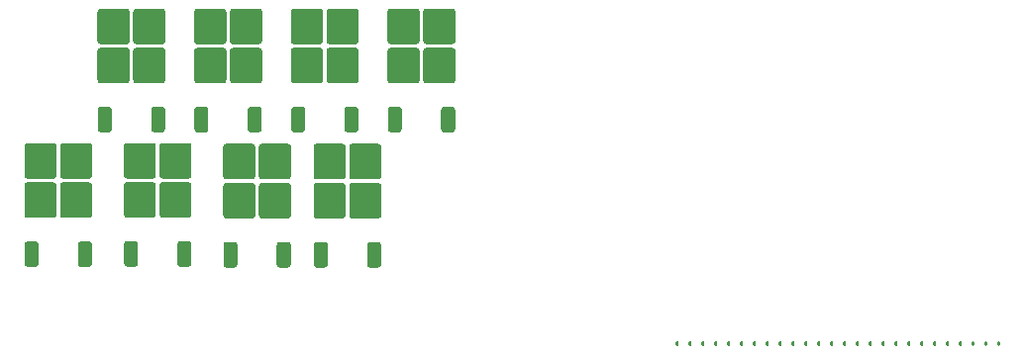
<source format=gbp>
G04 #@! TF.GenerationSoftware,KiCad,Pcbnew,9.0.4*
G04 #@! TF.CreationDate,2025-12-07T20:06:33+10:00*
G04 #@! TF.ProjectId,trove8,74726f76-6538-42e6-9b69-6361645f7063,rev?*
G04 #@! TF.SameCoordinates,Original*
G04 #@! TF.FileFunction,Paste,Bot*
G04 #@! TF.FilePolarity,Positive*
%FSLAX46Y46*%
G04 Gerber Fmt 4.6, Leading zero omitted, Abs format (unit mm)*
G04 Created by KiCad (PCBNEW 9.0.4) date 2025-12-07 20:06:33*
%MOMM*%
%LPD*%
G01*
G04 APERTURE LIST*
G04 APERTURE END LIST*
G04 #@! TO.C,M6*
G36*
G01*
X157557502Y-81783529D02*
X157557502Y-81533529D01*
G75*
G02*
X157682502Y-81408529I125000J0D01*
G01*
X157682502Y-81408529D01*
G75*
G02*
X157807502Y-81533529I0J-125000D01*
G01*
X157807502Y-81783529D01*
G75*
G02*
X157682502Y-81908529I-125000J0D01*
G01*
X157682502Y-81908529D01*
G75*
G02*
X157557502Y-81783529I0J125000D01*
G01*
G37*
G36*
G01*
X156707498Y-81533529D02*
X156707498Y-81783529D01*
G75*
G02*
X156582498Y-81908529I-125000J0D01*
G01*
X156582498Y-81908529D01*
G75*
G02*
X156457498Y-81783529I0J125000D01*
G01*
X156457498Y-81533529D01*
G75*
G02*
X156582498Y-81408529I125000J0D01*
G01*
X156582498Y-81408529D01*
G75*
G02*
X156707498Y-81533529I0J-125000D01*
G01*
G37*
G36*
G01*
X155607497Y-81533529D02*
X155607497Y-81783529D01*
G75*
G02*
X155482497Y-81908529I-125000J0D01*
G01*
X155482497Y-81908529D01*
G75*
G02*
X155357497Y-81783529I0J125000D01*
G01*
X155357497Y-81533529D01*
G75*
G02*
X155482497Y-81408529I125000J0D01*
G01*
X155482497Y-81408529D01*
G75*
G02*
X155607497Y-81533529I0J-125000D01*
G01*
G37*
G36*
G01*
X154507500Y-81533529D02*
X154507500Y-81783529D01*
G75*
G02*
X154382500Y-81908529I-125000J0D01*
G01*
X154382500Y-81908529D01*
G75*
G02*
X154257500Y-81783529I0J125000D01*
G01*
X154257500Y-81533529D01*
G75*
G02*
X154382500Y-81408529I125000J0D01*
G01*
X154382500Y-81408529D01*
G75*
G02*
X154507500Y-81533529I0J-125000D01*
G01*
G37*
G36*
G01*
X153407502Y-81533529D02*
X153407502Y-81783529D01*
G75*
G02*
X153282502Y-81908529I-125000J0D01*
G01*
X153282502Y-81908529D01*
G75*
G02*
X153157502Y-81783529I0J125000D01*
G01*
X153157502Y-81533529D01*
G75*
G02*
X153282502Y-81408529I125000J0D01*
G01*
X153282502Y-81408529D01*
G75*
G02*
X153407502Y-81533529I0J-125000D01*
G01*
G37*
G36*
G01*
X152307504Y-81533529D02*
X152307504Y-81783529D01*
G75*
G02*
X152182504Y-81908529I-125000J0D01*
G01*
X152182504Y-81908529D01*
G75*
G02*
X152057504Y-81783529I0J125000D01*
G01*
X152057504Y-81533529D01*
G75*
G02*
X152182504Y-81408529I125000J0D01*
G01*
X152182504Y-81408529D01*
G75*
G02*
X152307504Y-81533529I0J-125000D01*
G01*
G37*
G36*
G01*
X151207506Y-81533529D02*
X151207506Y-81783529D01*
G75*
G02*
X151082506Y-81908529I-125000J0D01*
G01*
X151082506Y-81908529D01*
G75*
G02*
X150957506Y-81783529I0J125000D01*
G01*
X150957506Y-81533529D01*
G75*
G02*
X151082506Y-81408529I125000J0D01*
G01*
X151082506Y-81408529D01*
G75*
G02*
X151207506Y-81533529I0J-125000D01*
G01*
G37*
G36*
G01*
X150107508Y-81533529D02*
X150107508Y-81783529D01*
G75*
G02*
X149982508Y-81908529I-125000J0D01*
G01*
X149982508Y-81908529D01*
G75*
G02*
X149857508Y-81783529I0J125000D01*
G01*
X149857508Y-81533529D01*
G75*
G02*
X149982508Y-81408529I125000J0D01*
G01*
X149982508Y-81408529D01*
G75*
G02*
X150107508Y-81533529I0J-125000D01*
G01*
G37*
G36*
G01*
X149007511Y-81533529D02*
X149007511Y-81783529D01*
G75*
G02*
X148882511Y-81908529I-125000J0D01*
G01*
X148882511Y-81908529D01*
G75*
G02*
X148757511Y-81783529I0J125000D01*
G01*
X148757511Y-81533529D01*
G75*
G02*
X148882511Y-81408529I125000J0D01*
G01*
X148882511Y-81408529D01*
G75*
G02*
X149007511Y-81533529I0J-125000D01*
G01*
G37*
G36*
G01*
X147907513Y-81533529D02*
X147907513Y-81783529D01*
G75*
G02*
X147782513Y-81908529I-125000J0D01*
G01*
X147782513Y-81908529D01*
G75*
G02*
X147657513Y-81783529I0J125000D01*
G01*
X147657513Y-81533529D01*
G75*
G02*
X147782513Y-81408529I125000J0D01*
G01*
X147782513Y-81408529D01*
G75*
G02*
X147907513Y-81533529I0J-125000D01*
G01*
G37*
G36*
G01*
X146807515Y-81533529D02*
X146807515Y-81783529D01*
G75*
G02*
X146682515Y-81908529I-125000J0D01*
G01*
X146682515Y-81908529D01*
G75*
G02*
X146557515Y-81783529I0J125000D01*
G01*
X146557515Y-81533529D01*
G75*
G02*
X146682515Y-81408529I125000J0D01*
G01*
X146682515Y-81408529D01*
G75*
G02*
X146807515Y-81533529I0J-125000D01*
G01*
G37*
G36*
G01*
X145707517Y-81533529D02*
X145707517Y-81783529D01*
G75*
G02*
X145582517Y-81908529I-125000J0D01*
G01*
X145582517Y-81908529D01*
G75*
G02*
X145457517Y-81783529I0J125000D01*
G01*
X145457517Y-81533529D01*
G75*
G02*
X145582517Y-81408529I125000J0D01*
G01*
X145582517Y-81408529D01*
G75*
G02*
X145707517Y-81533529I0J-125000D01*
G01*
G37*
G36*
G01*
X144607519Y-81533529D02*
X144607519Y-81783529D01*
G75*
G02*
X144482519Y-81908529I-125000J0D01*
G01*
X144482519Y-81908529D01*
G75*
G02*
X144357519Y-81783529I0J125000D01*
G01*
X144357519Y-81533529D01*
G75*
G02*
X144482519Y-81408529I125000J0D01*
G01*
X144482519Y-81408529D01*
G75*
G02*
X144607519Y-81533529I0J-125000D01*
G01*
G37*
G36*
G01*
X143507522Y-81533529D02*
X143507522Y-81783529D01*
G75*
G02*
X143382522Y-81908529I-125000J0D01*
G01*
X143382522Y-81908529D01*
G75*
G02*
X143257522Y-81783529I0J125000D01*
G01*
X143257522Y-81533529D01*
G75*
G02*
X143382522Y-81408529I125000J0D01*
G01*
X143382522Y-81408529D01*
G75*
G02*
X143507522Y-81533529I0J-125000D01*
G01*
G37*
G36*
G01*
X142407524Y-81533529D02*
X142407524Y-81783529D01*
G75*
G02*
X142282524Y-81908529I-125000J0D01*
G01*
X142282524Y-81908529D01*
G75*
G02*
X142157524Y-81783529I0J125000D01*
G01*
X142157524Y-81533529D01*
G75*
G02*
X142282524Y-81408529I125000J0D01*
G01*
X142282524Y-81408529D01*
G75*
G02*
X142407524Y-81533529I0J-125000D01*
G01*
G37*
G36*
G01*
X141307526Y-81533529D02*
X141307526Y-81783529D01*
G75*
G02*
X141182526Y-81908529I-125000J0D01*
G01*
X141182526Y-81908529D01*
G75*
G02*
X141057526Y-81783529I0J125000D01*
G01*
X141057526Y-81533529D01*
G75*
G02*
X141182526Y-81408529I125000J0D01*
G01*
X141182526Y-81408529D01*
G75*
G02*
X141307526Y-81533529I0J-125000D01*
G01*
G37*
G36*
G01*
X140207528Y-81533529D02*
X140207528Y-81783529D01*
G75*
G02*
X140082528Y-81908529I-125000J0D01*
G01*
X140082528Y-81908529D01*
G75*
G02*
X139957528Y-81783529I0J125000D01*
G01*
X139957528Y-81533529D01*
G75*
G02*
X140082528Y-81408529I125000J0D01*
G01*
X140082528Y-81408529D01*
G75*
G02*
X140207528Y-81533529I0J-125000D01*
G01*
G37*
G36*
G01*
X139107530Y-81533529D02*
X139107530Y-81783529D01*
G75*
G02*
X138982530Y-81908529I-125000J0D01*
G01*
X138982530Y-81908529D01*
G75*
G02*
X138857530Y-81783529I0J125000D01*
G01*
X138857530Y-81533529D01*
G75*
G02*
X138982530Y-81408529I125000J0D01*
G01*
X138982530Y-81408529D01*
G75*
G02*
X139107530Y-81533529I0J-125000D01*
G01*
G37*
G36*
G01*
X138007533Y-81533529D02*
X138007533Y-81783529D01*
G75*
G02*
X137882533Y-81908529I-125000J0D01*
G01*
X137882533Y-81908529D01*
G75*
G02*
X137757533Y-81783529I0J125000D01*
G01*
X137757533Y-81533529D01*
G75*
G02*
X137882533Y-81408529I125000J0D01*
G01*
X137882533Y-81408529D01*
G75*
G02*
X138007533Y-81533529I0J-125000D01*
G01*
G37*
G36*
G01*
X136907535Y-81533529D02*
X136907535Y-81783529D01*
G75*
G02*
X136782535Y-81908529I-125000J0D01*
G01*
X136782535Y-81908529D01*
G75*
G02*
X136657535Y-81783529I0J125000D01*
G01*
X136657535Y-81533529D01*
G75*
G02*
X136782535Y-81408529I125000J0D01*
G01*
X136782535Y-81408529D01*
G75*
G02*
X136907535Y-81533529I0J-125000D01*
G01*
G37*
G36*
G01*
X135807537Y-81533529D02*
X135807537Y-81783529D01*
G75*
G02*
X135682537Y-81908529I-125000J0D01*
G01*
X135682537Y-81908529D01*
G75*
G02*
X135557537Y-81783529I0J125000D01*
G01*
X135557537Y-81533529D01*
G75*
G02*
X135682537Y-81408529I125000J0D01*
G01*
X135682537Y-81408529D01*
G75*
G02*
X135807537Y-81533529I0J-125000D01*
G01*
G37*
G36*
G01*
X134707539Y-81533529D02*
X134707539Y-81783529D01*
G75*
G02*
X134582539Y-81908529I-125000J0D01*
G01*
X134582539Y-81908529D01*
G75*
G02*
X134457539Y-81783529I0J125000D01*
G01*
X134457539Y-81533529D01*
G75*
G02*
X134582539Y-81408529I125000J0D01*
G01*
X134582539Y-81408529D01*
G75*
G02*
X134707539Y-81533529I0J-125000D01*
G01*
G37*
G36*
G01*
X133607541Y-81533529D02*
X133607541Y-81783529D01*
G75*
G02*
X133482541Y-81908529I-125000J0D01*
G01*
X133482541Y-81908529D01*
G75*
G02*
X133357541Y-81783529I0J125000D01*
G01*
X133357541Y-81533529D01*
G75*
G02*
X133482541Y-81408529I125000J0D01*
G01*
X133482541Y-81408529D01*
G75*
G02*
X133607541Y-81533529I0J-125000D01*
G01*
G37*
G36*
G01*
X132507544Y-81533529D02*
X132507544Y-81783529D01*
G75*
G02*
X132382544Y-81908529I-125000J0D01*
G01*
X132382544Y-81908529D01*
G75*
G02*
X132257544Y-81783529I0J125000D01*
G01*
X132257544Y-81533529D01*
G75*
G02*
X132382544Y-81408529I125000J0D01*
G01*
X132382544Y-81408529D01*
G75*
G02*
X132507544Y-81533529I0J-125000D01*
G01*
G37*
G36*
G01*
X131407546Y-81533529D02*
X131407546Y-81783529D01*
G75*
G02*
X131282546Y-81908529I-125000J0D01*
G01*
X131282546Y-81908529D01*
G75*
G02*
X131157546Y-81783529I0J125000D01*
G01*
X131157546Y-81533529D01*
G75*
G02*
X131282546Y-81408529I125000J0D01*
G01*
X131282546Y-81408529D01*
G75*
G02*
X131407546Y-81533529I0J-125000D01*
G01*
G37*
G36*
G01*
X130307548Y-81533529D02*
X130307548Y-81783529D01*
G75*
G02*
X130182548Y-81908529I-125000J0D01*
G01*
X130182548Y-81908529D01*
G75*
G02*
X130057548Y-81783529I0J125000D01*
G01*
X130057548Y-81533529D01*
G75*
G02*
X130182548Y-81408529I125000J0D01*
G01*
X130182548Y-81408529D01*
G75*
G02*
X130307548Y-81533529I0J-125000D01*
G01*
G37*
G04 #@! TD*
G04 #@! TO.C,Q8*
G36*
G01*
X76880000Y-70900000D02*
X74630000Y-70900000D01*
G75*
G02*
X74380000Y-70650000I0J250000D01*
G01*
X74380000Y-68100000D01*
G75*
G02*
X74630000Y-67850000I250000J0D01*
G01*
X76880000Y-67850000D01*
G75*
G02*
X77130000Y-68100000I0J-250000D01*
G01*
X77130000Y-70650000D01*
G75*
G02*
X76880000Y-70900000I-250000J0D01*
G01*
G37*
G36*
G01*
X79930000Y-70900000D02*
X77680000Y-70900000D01*
G75*
G02*
X77430000Y-70650000I0J250000D01*
G01*
X77430000Y-68100000D01*
G75*
G02*
X77680000Y-67850000I250000J0D01*
G01*
X79930000Y-67850000D01*
G75*
G02*
X80180000Y-68100000I0J-250000D01*
G01*
X80180000Y-70650000D01*
G75*
G02*
X79930000Y-70900000I-250000J0D01*
G01*
G37*
G36*
G01*
X76880000Y-67550000D02*
X74630000Y-67550000D01*
G75*
G02*
X74380000Y-67300000I0J250000D01*
G01*
X74380000Y-64750000D01*
G75*
G02*
X74630000Y-64500000I250000J0D01*
G01*
X76880000Y-64500000D01*
G75*
G02*
X77130000Y-64750000I0J-250000D01*
G01*
X77130000Y-67300000D01*
G75*
G02*
X76880000Y-67550000I-250000J0D01*
G01*
G37*
G36*
G01*
X79930000Y-67550000D02*
X77680000Y-67550000D01*
G75*
G02*
X77430000Y-67300000I0J250000D01*
G01*
X77430000Y-64750000D01*
G75*
G02*
X77680000Y-64500000I250000J0D01*
G01*
X79930000Y-64500000D01*
G75*
G02*
X80180000Y-64750000I0J-250000D01*
G01*
X80180000Y-67300000D01*
G75*
G02*
X79930000Y-67550000I-250000J0D01*
G01*
G37*
G36*
G01*
X79910000Y-75100000D02*
X79210000Y-75100000D01*
G75*
G02*
X78960000Y-74850000I0J250000D01*
G01*
X78960000Y-73150000D01*
G75*
G02*
X79210000Y-72900000I250000J0D01*
G01*
X79910000Y-72900000D01*
G75*
G02*
X80160000Y-73150000I0J-250000D01*
G01*
X80160000Y-74850000D01*
G75*
G02*
X79910000Y-75100000I-250000J0D01*
G01*
G37*
G36*
G01*
X75350000Y-75100000D02*
X74650000Y-75100000D01*
G75*
G02*
X74400000Y-74850000I0J250000D01*
G01*
X74400000Y-73150000D01*
G75*
G02*
X74650000Y-72900000I250000J0D01*
G01*
X75350000Y-72900000D01*
G75*
G02*
X75600000Y-73150000I0J-250000D01*
G01*
X75600000Y-74850000D01*
G75*
G02*
X75350000Y-75100000I-250000J0D01*
G01*
G37*
G04 #@! TD*
G04 #@! TO.C,Q4*
G36*
G01*
X83130000Y-59375000D02*
X80880000Y-59375000D01*
G75*
G02*
X80630000Y-59125000I0J250000D01*
G01*
X80630000Y-56575000D01*
G75*
G02*
X80880000Y-56325000I250000J0D01*
G01*
X83130000Y-56325000D01*
G75*
G02*
X83380000Y-56575000I0J-250000D01*
G01*
X83380000Y-59125000D01*
G75*
G02*
X83130000Y-59375000I-250000J0D01*
G01*
G37*
G36*
G01*
X86180000Y-59375000D02*
X83930000Y-59375000D01*
G75*
G02*
X83680000Y-59125000I0J250000D01*
G01*
X83680000Y-56575000D01*
G75*
G02*
X83930000Y-56325000I250000J0D01*
G01*
X86180000Y-56325000D01*
G75*
G02*
X86430000Y-56575000I0J-250000D01*
G01*
X86430000Y-59125000D01*
G75*
G02*
X86180000Y-59375000I-250000J0D01*
G01*
G37*
G36*
G01*
X83130000Y-56025000D02*
X80880000Y-56025000D01*
G75*
G02*
X80630000Y-55775000I0J250000D01*
G01*
X80630000Y-53225000D01*
G75*
G02*
X80880000Y-52975000I250000J0D01*
G01*
X83130000Y-52975000D01*
G75*
G02*
X83380000Y-53225000I0J-250000D01*
G01*
X83380000Y-55775000D01*
G75*
G02*
X83130000Y-56025000I-250000J0D01*
G01*
G37*
G36*
G01*
X86180000Y-56025000D02*
X83930000Y-56025000D01*
G75*
G02*
X83680000Y-55775000I0J250000D01*
G01*
X83680000Y-53225000D01*
G75*
G02*
X83930000Y-52975000I250000J0D01*
G01*
X86180000Y-52975000D01*
G75*
G02*
X86430000Y-53225000I0J-250000D01*
G01*
X86430000Y-55775000D01*
G75*
G02*
X86180000Y-56025000I-250000J0D01*
G01*
G37*
G36*
G01*
X86160000Y-63575000D02*
X85460000Y-63575000D01*
G75*
G02*
X85210000Y-63325000I0J250000D01*
G01*
X85210000Y-61625000D01*
G75*
G02*
X85460000Y-61375000I250000J0D01*
G01*
X86160000Y-61375000D01*
G75*
G02*
X86410000Y-61625000I0J-250000D01*
G01*
X86410000Y-63325000D01*
G75*
G02*
X86160000Y-63575000I-250000J0D01*
G01*
G37*
G36*
G01*
X81600000Y-63575000D02*
X80900000Y-63575000D01*
G75*
G02*
X80650000Y-63325000I0J250000D01*
G01*
X80650000Y-61625000D01*
G75*
G02*
X80900000Y-61375000I250000J0D01*
G01*
X81600000Y-61375000D01*
G75*
G02*
X81850000Y-61625000I0J-250000D01*
G01*
X81850000Y-63325000D01*
G75*
G02*
X81600000Y-63575000I-250000J0D01*
G01*
G37*
G04 #@! TD*
G04 #@! TO.C,Q2*
G36*
G01*
X99660000Y-59375000D02*
X97410000Y-59375000D01*
G75*
G02*
X97160000Y-59125000I0J250000D01*
G01*
X97160000Y-56575000D01*
G75*
G02*
X97410000Y-56325000I250000J0D01*
G01*
X99660000Y-56325000D01*
G75*
G02*
X99910000Y-56575000I0J-250000D01*
G01*
X99910000Y-59125000D01*
G75*
G02*
X99660000Y-59375000I-250000J0D01*
G01*
G37*
G36*
G01*
X102710000Y-59375000D02*
X100460000Y-59375000D01*
G75*
G02*
X100210000Y-59125000I0J250000D01*
G01*
X100210000Y-56575000D01*
G75*
G02*
X100460000Y-56325000I250000J0D01*
G01*
X102710000Y-56325000D01*
G75*
G02*
X102960000Y-56575000I0J-250000D01*
G01*
X102960000Y-59125000D01*
G75*
G02*
X102710000Y-59375000I-250000J0D01*
G01*
G37*
G36*
G01*
X99660000Y-56025000D02*
X97410000Y-56025000D01*
G75*
G02*
X97160000Y-55775000I0J250000D01*
G01*
X97160000Y-53225000D01*
G75*
G02*
X97410000Y-52975000I250000J0D01*
G01*
X99660000Y-52975000D01*
G75*
G02*
X99910000Y-53225000I0J-250000D01*
G01*
X99910000Y-55775000D01*
G75*
G02*
X99660000Y-56025000I-250000J0D01*
G01*
G37*
G36*
G01*
X102710000Y-56025000D02*
X100460000Y-56025000D01*
G75*
G02*
X100210000Y-55775000I0J250000D01*
G01*
X100210000Y-53225000D01*
G75*
G02*
X100460000Y-52975000I250000J0D01*
G01*
X102710000Y-52975000D01*
G75*
G02*
X102960000Y-53225000I0J-250000D01*
G01*
X102960000Y-55775000D01*
G75*
G02*
X102710000Y-56025000I-250000J0D01*
G01*
G37*
G36*
G01*
X102690000Y-63575000D02*
X101990000Y-63575000D01*
G75*
G02*
X101740000Y-63325000I0J250000D01*
G01*
X101740000Y-61625000D01*
G75*
G02*
X101990000Y-61375000I250000J0D01*
G01*
X102690000Y-61375000D01*
G75*
G02*
X102940000Y-61625000I0J-250000D01*
G01*
X102940000Y-63325000D01*
G75*
G02*
X102690000Y-63575000I-250000J0D01*
G01*
G37*
G36*
G01*
X98130000Y-63575000D02*
X97430000Y-63575000D01*
G75*
G02*
X97180000Y-63325000I0J250000D01*
G01*
X97180000Y-61625000D01*
G75*
G02*
X97430000Y-61375000I250000J0D01*
G01*
X98130000Y-61375000D01*
G75*
G02*
X98380000Y-61625000I0J-250000D01*
G01*
X98380000Y-63325000D01*
G75*
G02*
X98130000Y-63575000I-250000J0D01*
G01*
G37*
G04 #@! TD*
G04 #@! TO.C,Q5*
G36*
G01*
X101600000Y-70950000D02*
X99350000Y-70950000D01*
G75*
G02*
X99100000Y-70700000I0J250000D01*
G01*
X99100000Y-68150000D01*
G75*
G02*
X99350000Y-67900000I250000J0D01*
G01*
X101600000Y-67900000D01*
G75*
G02*
X101850000Y-68150000I0J-250000D01*
G01*
X101850000Y-70700000D01*
G75*
G02*
X101600000Y-70950000I-250000J0D01*
G01*
G37*
G36*
G01*
X104650000Y-70950000D02*
X102400000Y-70950000D01*
G75*
G02*
X102150000Y-70700000I0J250000D01*
G01*
X102150000Y-68150000D01*
G75*
G02*
X102400000Y-67900000I250000J0D01*
G01*
X104650000Y-67900000D01*
G75*
G02*
X104900000Y-68150000I0J-250000D01*
G01*
X104900000Y-70700000D01*
G75*
G02*
X104650000Y-70950000I-250000J0D01*
G01*
G37*
G36*
G01*
X101600000Y-67600000D02*
X99350000Y-67600000D01*
G75*
G02*
X99100000Y-67350000I0J250000D01*
G01*
X99100000Y-64800000D01*
G75*
G02*
X99350000Y-64550000I250000J0D01*
G01*
X101600000Y-64550000D01*
G75*
G02*
X101850000Y-64800000I0J-250000D01*
G01*
X101850000Y-67350000D01*
G75*
G02*
X101600000Y-67600000I-250000J0D01*
G01*
G37*
G36*
G01*
X104650000Y-67600000D02*
X102400000Y-67600000D01*
G75*
G02*
X102150000Y-67350000I0J250000D01*
G01*
X102150000Y-64800000D01*
G75*
G02*
X102400000Y-64550000I250000J0D01*
G01*
X104650000Y-64550000D01*
G75*
G02*
X104900000Y-64800000I0J-250000D01*
G01*
X104900000Y-67350000D01*
G75*
G02*
X104650000Y-67600000I-250000J0D01*
G01*
G37*
G36*
G01*
X104630000Y-75150000D02*
X103930000Y-75150000D01*
G75*
G02*
X103680000Y-74900000I0J250000D01*
G01*
X103680000Y-73200000D01*
G75*
G02*
X103930000Y-72950000I250000J0D01*
G01*
X104630000Y-72950000D01*
G75*
G02*
X104880000Y-73200000I0J-250000D01*
G01*
X104880000Y-74900000D01*
G75*
G02*
X104630000Y-75150000I-250000J0D01*
G01*
G37*
G36*
G01*
X100070000Y-75150000D02*
X99370000Y-75150000D01*
G75*
G02*
X99120000Y-74900000I0J250000D01*
G01*
X99120000Y-73200000D01*
G75*
G02*
X99370000Y-72950000I250000J0D01*
G01*
X100070000Y-72950000D01*
G75*
G02*
X100320000Y-73200000I0J-250000D01*
G01*
X100320000Y-74900000D01*
G75*
G02*
X100070000Y-75150000I-250000J0D01*
G01*
G37*
G04 #@! TD*
G04 #@! TO.C,Q6*
G36*
G01*
X93875000Y-70950000D02*
X91625000Y-70950000D01*
G75*
G02*
X91375000Y-70700000I0J250000D01*
G01*
X91375000Y-68150000D01*
G75*
G02*
X91625000Y-67900000I250000J0D01*
G01*
X93875000Y-67900000D01*
G75*
G02*
X94125000Y-68150000I0J-250000D01*
G01*
X94125000Y-70700000D01*
G75*
G02*
X93875000Y-70950000I-250000J0D01*
G01*
G37*
G36*
G01*
X96925000Y-70950000D02*
X94675000Y-70950000D01*
G75*
G02*
X94425000Y-70700000I0J250000D01*
G01*
X94425000Y-68150000D01*
G75*
G02*
X94675000Y-67900000I250000J0D01*
G01*
X96925000Y-67900000D01*
G75*
G02*
X97175000Y-68150000I0J-250000D01*
G01*
X97175000Y-70700000D01*
G75*
G02*
X96925000Y-70950000I-250000J0D01*
G01*
G37*
G36*
G01*
X93875000Y-67600000D02*
X91625000Y-67600000D01*
G75*
G02*
X91375000Y-67350000I0J250000D01*
G01*
X91375000Y-64800000D01*
G75*
G02*
X91625000Y-64550000I250000J0D01*
G01*
X93875000Y-64550000D01*
G75*
G02*
X94125000Y-64800000I0J-250000D01*
G01*
X94125000Y-67350000D01*
G75*
G02*
X93875000Y-67600000I-250000J0D01*
G01*
G37*
G36*
G01*
X96925000Y-67600000D02*
X94675000Y-67600000D01*
G75*
G02*
X94425000Y-67350000I0J250000D01*
G01*
X94425000Y-64800000D01*
G75*
G02*
X94675000Y-64550000I250000J0D01*
G01*
X96925000Y-64550000D01*
G75*
G02*
X97175000Y-64800000I0J-250000D01*
G01*
X97175000Y-67350000D01*
G75*
G02*
X96925000Y-67600000I-250000J0D01*
G01*
G37*
G36*
G01*
X96905000Y-75150000D02*
X96205000Y-75150000D01*
G75*
G02*
X95955000Y-74900000I0J250000D01*
G01*
X95955000Y-73200000D01*
G75*
G02*
X96205000Y-72950000I250000J0D01*
G01*
X96905000Y-72950000D01*
G75*
G02*
X97155000Y-73200000I0J-250000D01*
G01*
X97155000Y-74900000D01*
G75*
G02*
X96905000Y-75150000I-250000J0D01*
G01*
G37*
G36*
G01*
X92345000Y-75150000D02*
X91645000Y-75150000D01*
G75*
G02*
X91395000Y-74900000I0J250000D01*
G01*
X91395000Y-73200000D01*
G75*
G02*
X91645000Y-72950000I250000J0D01*
G01*
X92345000Y-72950000D01*
G75*
G02*
X92595000Y-73200000I0J-250000D01*
G01*
X92595000Y-74900000D01*
G75*
G02*
X92345000Y-75150000I-250000J0D01*
G01*
G37*
G04 #@! TD*
G04 #@! TO.C,Q1*
G36*
G01*
X107925000Y-59375000D02*
X105675000Y-59375000D01*
G75*
G02*
X105425000Y-59125000I0J250000D01*
G01*
X105425000Y-56575000D01*
G75*
G02*
X105675000Y-56325000I250000J0D01*
G01*
X107925000Y-56325000D01*
G75*
G02*
X108175000Y-56575000I0J-250000D01*
G01*
X108175000Y-59125000D01*
G75*
G02*
X107925000Y-59375000I-250000J0D01*
G01*
G37*
G36*
G01*
X110975000Y-59375000D02*
X108725000Y-59375000D01*
G75*
G02*
X108475000Y-59125000I0J250000D01*
G01*
X108475000Y-56575000D01*
G75*
G02*
X108725000Y-56325000I250000J0D01*
G01*
X110975000Y-56325000D01*
G75*
G02*
X111225000Y-56575000I0J-250000D01*
G01*
X111225000Y-59125000D01*
G75*
G02*
X110975000Y-59375000I-250000J0D01*
G01*
G37*
G36*
G01*
X107925000Y-56025000D02*
X105675000Y-56025000D01*
G75*
G02*
X105425000Y-55775000I0J250000D01*
G01*
X105425000Y-53225000D01*
G75*
G02*
X105675000Y-52975000I250000J0D01*
G01*
X107925000Y-52975000D01*
G75*
G02*
X108175000Y-53225000I0J-250000D01*
G01*
X108175000Y-55775000D01*
G75*
G02*
X107925000Y-56025000I-250000J0D01*
G01*
G37*
G36*
G01*
X110975000Y-56025000D02*
X108725000Y-56025000D01*
G75*
G02*
X108475000Y-55775000I0J250000D01*
G01*
X108475000Y-53225000D01*
G75*
G02*
X108725000Y-52975000I250000J0D01*
G01*
X110975000Y-52975000D01*
G75*
G02*
X111225000Y-53225000I0J-250000D01*
G01*
X111225000Y-55775000D01*
G75*
G02*
X110975000Y-56025000I-250000J0D01*
G01*
G37*
G36*
G01*
X110955000Y-63575000D02*
X110255000Y-63575000D01*
G75*
G02*
X110005000Y-63325000I0J250000D01*
G01*
X110005000Y-61625000D01*
G75*
G02*
X110255000Y-61375000I250000J0D01*
G01*
X110955000Y-61375000D01*
G75*
G02*
X111205000Y-61625000I0J-250000D01*
G01*
X111205000Y-63325000D01*
G75*
G02*
X110955000Y-63575000I-250000J0D01*
G01*
G37*
G36*
G01*
X106395000Y-63575000D02*
X105695000Y-63575000D01*
G75*
G02*
X105445000Y-63325000I0J250000D01*
G01*
X105445000Y-61625000D01*
G75*
G02*
X105695000Y-61375000I250000J0D01*
G01*
X106395000Y-61375000D01*
G75*
G02*
X106645000Y-61625000I0J-250000D01*
G01*
X106645000Y-63325000D01*
G75*
G02*
X106395000Y-63575000I-250000J0D01*
G01*
G37*
G04 #@! TD*
G04 #@! TO.C,Q7*
G36*
G01*
X85375000Y-70875000D02*
X83125000Y-70875000D01*
G75*
G02*
X82875000Y-70625000I0J250000D01*
G01*
X82875000Y-68075000D01*
G75*
G02*
X83125000Y-67825000I250000J0D01*
G01*
X85375000Y-67825000D01*
G75*
G02*
X85625000Y-68075000I0J-250000D01*
G01*
X85625000Y-70625000D01*
G75*
G02*
X85375000Y-70875000I-250000J0D01*
G01*
G37*
G36*
G01*
X88425000Y-70875000D02*
X86175000Y-70875000D01*
G75*
G02*
X85925000Y-70625000I0J250000D01*
G01*
X85925000Y-68075000D01*
G75*
G02*
X86175000Y-67825000I250000J0D01*
G01*
X88425000Y-67825000D01*
G75*
G02*
X88675000Y-68075000I0J-250000D01*
G01*
X88675000Y-70625000D01*
G75*
G02*
X88425000Y-70875000I-250000J0D01*
G01*
G37*
G36*
G01*
X85375000Y-67525000D02*
X83125000Y-67525000D01*
G75*
G02*
X82875000Y-67275000I0J250000D01*
G01*
X82875000Y-64725000D01*
G75*
G02*
X83125000Y-64475000I250000J0D01*
G01*
X85375000Y-64475000D01*
G75*
G02*
X85625000Y-64725000I0J-250000D01*
G01*
X85625000Y-67275000D01*
G75*
G02*
X85375000Y-67525000I-250000J0D01*
G01*
G37*
G36*
G01*
X88425000Y-67525000D02*
X86175000Y-67525000D01*
G75*
G02*
X85925000Y-67275000I0J250000D01*
G01*
X85925000Y-64725000D01*
G75*
G02*
X86175000Y-64475000I250000J0D01*
G01*
X88425000Y-64475000D01*
G75*
G02*
X88675000Y-64725000I0J-250000D01*
G01*
X88675000Y-67275000D01*
G75*
G02*
X88425000Y-67525000I-250000J0D01*
G01*
G37*
G36*
G01*
X88405000Y-75075000D02*
X87705000Y-75075000D01*
G75*
G02*
X87455000Y-74825000I0J250000D01*
G01*
X87455000Y-73125000D01*
G75*
G02*
X87705000Y-72875000I250000J0D01*
G01*
X88405000Y-72875000D01*
G75*
G02*
X88655000Y-73125000I0J-250000D01*
G01*
X88655000Y-74825000D01*
G75*
G02*
X88405000Y-75075000I-250000J0D01*
G01*
G37*
G36*
G01*
X83845000Y-75075000D02*
X83145000Y-75075000D01*
G75*
G02*
X82895000Y-74825000I0J250000D01*
G01*
X82895000Y-73125000D01*
G75*
G02*
X83145000Y-72875000I250000J0D01*
G01*
X83845000Y-72875000D01*
G75*
G02*
X84095000Y-73125000I0J-250000D01*
G01*
X84095000Y-74825000D01*
G75*
G02*
X83845000Y-75075000I-250000J0D01*
G01*
G37*
G04 #@! TD*
G04 #@! TO.C,Q3*
G36*
G01*
X91395000Y-59375000D02*
X89145000Y-59375000D01*
G75*
G02*
X88895000Y-59125000I0J250000D01*
G01*
X88895000Y-56575000D01*
G75*
G02*
X89145000Y-56325000I250000J0D01*
G01*
X91395000Y-56325000D01*
G75*
G02*
X91645000Y-56575000I0J-250000D01*
G01*
X91645000Y-59125000D01*
G75*
G02*
X91395000Y-59375000I-250000J0D01*
G01*
G37*
G36*
G01*
X94445000Y-59375000D02*
X92195000Y-59375000D01*
G75*
G02*
X91945000Y-59125000I0J250000D01*
G01*
X91945000Y-56575000D01*
G75*
G02*
X92195000Y-56325000I250000J0D01*
G01*
X94445000Y-56325000D01*
G75*
G02*
X94695000Y-56575000I0J-250000D01*
G01*
X94695000Y-59125000D01*
G75*
G02*
X94445000Y-59375000I-250000J0D01*
G01*
G37*
G36*
G01*
X91395000Y-56025000D02*
X89145000Y-56025000D01*
G75*
G02*
X88895000Y-55775000I0J250000D01*
G01*
X88895000Y-53225000D01*
G75*
G02*
X89145000Y-52975000I250000J0D01*
G01*
X91395000Y-52975000D01*
G75*
G02*
X91645000Y-53225000I0J-250000D01*
G01*
X91645000Y-55775000D01*
G75*
G02*
X91395000Y-56025000I-250000J0D01*
G01*
G37*
G36*
G01*
X94445000Y-56025000D02*
X92195000Y-56025000D01*
G75*
G02*
X91945000Y-55775000I0J250000D01*
G01*
X91945000Y-53225000D01*
G75*
G02*
X92195000Y-52975000I250000J0D01*
G01*
X94445000Y-52975000D01*
G75*
G02*
X94695000Y-53225000I0J-250000D01*
G01*
X94695000Y-55775000D01*
G75*
G02*
X94445000Y-56025000I-250000J0D01*
G01*
G37*
G36*
G01*
X94425000Y-63575000D02*
X93725000Y-63575000D01*
G75*
G02*
X93475000Y-63325000I0J250000D01*
G01*
X93475000Y-61625000D01*
G75*
G02*
X93725000Y-61375000I250000J0D01*
G01*
X94425000Y-61375000D01*
G75*
G02*
X94675000Y-61625000I0J-250000D01*
G01*
X94675000Y-63325000D01*
G75*
G02*
X94425000Y-63575000I-250000J0D01*
G01*
G37*
G36*
G01*
X89865000Y-63575000D02*
X89165000Y-63575000D01*
G75*
G02*
X88915000Y-63325000I0J250000D01*
G01*
X88915000Y-61625000D01*
G75*
G02*
X89165000Y-61375000I250000J0D01*
G01*
X89865000Y-61375000D01*
G75*
G02*
X90115000Y-61625000I0J-250000D01*
G01*
X90115000Y-63325000D01*
G75*
G02*
X89865000Y-63575000I-250000J0D01*
G01*
G37*
G04 #@! TD*
M02*

</source>
